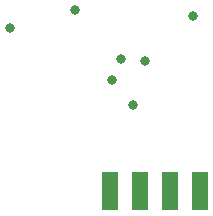
<source format=gbs>
G04*
G04 #@! TF.GenerationSoftware,Altium Limited,Altium Designer,20.1.14 (287)*
G04*
G04 Layer_Color=16711935*
%FSLAX24Y24*%
%MOIN*%
G70*
G04*
G04 #@! TF.SameCoordinates,A3AF8FF9-738B-471D-B888-556D1E7F3E26*
G04*
G04*
G04 #@! TF.FilePolarity,Negative*
G04*
G01*
G75*
%ADD40R,0.0540X0.1292*%
%ADD41C,0.0320*%
D40*
X26060Y39587D02*
D03*
X27060D02*
D03*
X29060D02*
D03*
X28060D02*
D03*
D41*
X22730Y45030D02*
D03*
X26430Y44000D02*
D03*
X26130Y43300D02*
D03*
X26850Y42480D02*
D03*
X27060Y39587D02*
D03*
X28060D02*
D03*
X28820Y45420D02*
D03*
X27240Y43940D02*
D03*
X24900Y45650D02*
D03*
M02*

</source>
